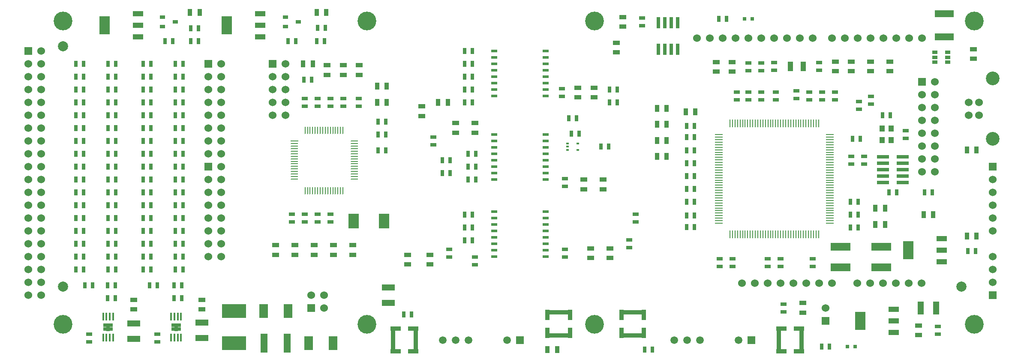
<source format=gts>
G04 (created by PCBNEW-RS274X (2012-apr-16-27)-stable) date Sat 09 Nov 2013 04:14:01 PM CET*
G01*
G70*
G90*
%MOIN*%
G04 Gerber Fmt 3.4, Leading zero omitted, Abs format*
%FSLAX34Y34*%
G04 APERTURE LIST*
%ADD10C,0.008000*%
%ADD11R,0.043300X0.051200*%
%ADD12R,0.208700X0.037400*%
%ADD13R,0.033500X0.078700*%
%ADD14R,0.045000X0.025000*%
%ADD15R,0.025000X0.045000*%
%ADD16R,0.055000X0.035000*%
%ADD17R,0.037400X0.208700*%
%ADD18R,0.078700X0.033500*%
%ADD19R,0.059100X0.059100*%
%ADD20C,0.059100*%
%ADD21R,0.070900X0.106300*%
%ADD22R,0.060000X0.060000*%
%ADD23C,0.060000*%
%ADD24R,0.039400X0.027600*%
%ADD25R,0.035000X0.055000*%
%ADD26R,0.080000X0.144000*%
%ADD27R,0.080000X0.040000*%
%ADD28R,0.031400X0.031400*%
%ADD29R,0.020000X0.012000*%
%ADD30R,0.050000X0.100000*%
%ADD31R,0.015700X0.063000*%
%ADD32R,0.031500X0.061800*%
%ADD33R,0.027800X0.031500*%
%ADD34R,0.027600X0.031500*%
%ADD35R,0.100000X0.050000*%
%ADD36R,0.045000X0.020000*%
%ADD37R,0.094500X0.029900*%
%ADD38R,0.157500X0.060000*%
%ADD39R,0.190000X0.110000*%
%ADD40R,0.055000X0.150000*%
%ADD41R,0.043300X0.074800*%
%ADD42R,0.150000X0.055000*%
%ADD43C,0.106300*%
%ADD44R,0.060000X0.010000*%
%ADD45R,0.010000X0.060000*%
%ADD46R,0.078700X0.118100*%
%ADD47R,0.060000X0.009800*%
%ADD48O,0.060000X0.009800*%
%ADD49O,0.009800X0.060000*%
%ADD50C,0.145700*%
%ADD51C,0.078800*%
%ADD52R,0.027600X0.086600*%
G04 APERTURE END LIST*
G54D10*
G54D11*
X83104Y-29953D03*
X83104Y-29047D03*
X82396Y-29047D03*
X82396Y-29953D03*
G54D12*
X63000Y-43354D03*
X63000Y-45146D03*
G54D13*
X62124Y-43561D03*
X63876Y-43561D03*
X62124Y-44939D03*
X63876Y-44939D03*
G54D14*
X77018Y-39167D03*
X77018Y-39767D03*
X69768Y-39167D03*
X69768Y-39767D03*
X70768Y-39167D03*
X70768Y-39767D03*
G54D15*
X67800Y-30750D03*
X67200Y-30750D03*
X67800Y-32750D03*
X67200Y-32750D03*
X67800Y-31750D03*
X67200Y-31750D03*
X67800Y-33750D03*
X67200Y-33750D03*
X67800Y-34750D03*
X67200Y-34750D03*
X60550Y-30450D03*
X61150Y-30450D03*
X58050Y-28250D03*
X58650Y-28250D03*
X50200Y-31000D03*
X50800Y-31000D03*
X48200Y-31500D03*
X48800Y-31500D03*
X48200Y-32500D03*
X48800Y-32500D03*
X50200Y-32000D03*
X50800Y-32000D03*
X49950Y-37750D03*
X50550Y-37750D03*
X49950Y-36750D03*
X50550Y-36750D03*
X49950Y-24000D03*
X50550Y-24000D03*
X49950Y-25000D03*
X50550Y-25000D03*
X43200Y-30750D03*
X43800Y-30750D03*
X43200Y-29500D03*
X43800Y-29500D03*
G54D14*
X74750Y-43300D03*
X74750Y-42700D03*
G54D16*
X76250Y-43375D03*
X76250Y-42625D03*
G54D17*
X76146Y-45500D03*
X74354Y-45500D03*
G54D18*
X75939Y-44624D03*
X75939Y-46376D03*
X74561Y-44624D03*
X74561Y-46376D03*
G54D19*
X72250Y-45500D03*
G54D20*
X71250Y-45500D03*
X68250Y-45500D03*
X67250Y-45500D03*
X66250Y-45500D03*
G54D14*
X63750Y-20450D03*
X63750Y-21050D03*
G54D16*
X61750Y-23125D03*
X61750Y-22375D03*
X62250Y-20375D03*
X62250Y-21125D03*
G54D21*
X36195Y-43250D03*
X34305Y-43250D03*
X39695Y-45750D03*
X37805Y-45750D03*
G54D22*
X35000Y-24000D03*
G54D23*
X36000Y-24000D03*
X35000Y-25000D03*
X36000Y-25000D03*
X35000Y-26000D03*
X36000Y-26000D03*
X35000Y-27000D03*
X36000Y-27000D03*
X35000Y-28000D03*
X36000Y-28000D03*
G54D16*
X89500Y-23625D03*
X89500Y-22875D03*
G54D24*
X37000Y-20750D03*
X36000Y-21125D03*
X36000Y-20375D03*
G54D15*
X38450Y-22250D03*
X39050Y-22250D03*
X39100Y-21200D03*
X38500Y-21200D03*
X36800Y-22250D03*
X36200Y-22250D03*
G54D25*
X38425Y-20000D03*
X39175Y-20000D03*
G54D26*
X31450Y-21000D03*
G54D27*
X34050Y-21000D03*
X34050Y-20100D03*
X34050Y-21900D03*
G54D26*
X21950Y-21000D03*
G54D27*
X24550Y-21000D03*
X24550Y-20100D03*
X24550Y-21900D03*
G54D25*
X28575Y-20000D03*
X29325Y-20000D03*
G54D15*
X27250Y-22250D03*
X26650Y-22250D03*
X29250Y-21250D03*
X28650Y-21250D03*
X28650Y-22250D03*
X29250Y-22250D03*
G54D24*
X27450Y-20750D03*
X26450Y-21125D03*
X26450Y-20375D03*
G54D14*
X73000Y-24550D03*
X73000Y-23950D03*
G54D24*
X87500Y-23125D03*
X87500Y-23500D03*
X87500Y-23875D03*
X86500Y-23875D03*
X86500Y-23500D03*
X86500Y-23125D03*
G54D15*
X70300Y-20500D03*
X69700Y-20500D03*
G54D28*
X72295Y-20500D03*
X71705Y-20500D03*
G54D23*
X71490Y-41080D03*
X72490Y-41080D03*
X73490Y-41080D03*
X74490Y-41080D03*
X75490Y-41080D03*
X76490Y-41080D03*
X77490Y-41080D03*
X78490Y-41080D03*
X80480Y-41080D03*
X81480Y-41080D03*
X82480Y-41080D03*
X83480Y-41080D03*
X84480Y-41080D03*
X85480Y-41080D03*
X85510Y-30400D03*
X85510Y-31400D03*
X85510Y-32400D03*
X86510Y-32400D03*
X86510Y-31400D03*
X86510Y-30400D03*
X85510Y-22000D03*
X84510Y-22000D03*
X83510Y-22000D03*
X82510Y-22000D03*
X81510Y-22000D03*
X80510Y-22000D03*
X79510Y-22000D03*
X78510Y-22000D03*
X77000Y-22000D03*
X76000Y-22000D03*
X75000Y-22000D03*
X74000Y-22000D03*
X73000Y-22000D03*
X72000Y-22000D03*
X71000Y-22000D03*
X70000Y-22000D03*
X69000Y-22000D03*
X68000Y-22000D03*
G54D15*
X58850Y-29450D03*
X58250Y-29450D03*
G54D29*
X57950Y-30200D03*
X57950Y-30700D03*
X58750Y-30200D03*
X57950Y-30450D03*
X58750Y-30700D03*
G54D30*
X85400Y-43000D03*
X86600Y-43000D03*
G54D16*
X85250Y-44375D03*
X85250Y-45125D03*
G54D26*
X80700Y-44000D03*
G54D27*
X83300Y-44000D03*
X83300Y-43100D03*
X83300Y-44900D03*
G54D15*
X43200Y-28500D03*
X43800Y-28500D03*
G54D25*
X43875Y-27000D03*
X43125Y-27000D03*
G54D14*
X41700Y-27300D03*
X41700Y-26700D03*
G54D25*
X43875Y-25750D03*
X43125Y-25750D03*
G54D31*
X27884Y-43673D03*
X27628Y-43673D03*
X27372Y-43673D03*
X27116Y-43673D03*
X27116Y-45327D03*
X27372Y-45327D03*
X27628Y-45327D03*
X27884Y-45327D03*
G54D32*
X27500Y-44500D03*
G54D33*
X27736Y-44653D03*
G54D34*
X27736Y-44347D03*
X27264Y-44653D03*
X27264Y-44347D03*
G54D15*
X27950Y-41250D03*
X27350Y-41250D03*
G54D16*
X29500Y-42375D03*
X29500Y-43125D03*
G54D35*
X29500Y-45350D03*
X29500Y-44150D03*
G54D14*
X26050Y-45650D03*
X26050Y-45050D03*
G54D15*
X27950Y-42250D03*
X27350Y-42250D03*
X26050Y-41250D03*
X25450Y-41250D03*
X21013Y-41250D03*
X20413Y-41250D03*
X22763Y-42250D03*
X22163Y-42250D03*
G54D14*
X20750Y-45650D03*
X20750Y-45050D03*
G54D35*
X24213Y-45400D03*
X24213Y-44200D03*
G54D16*
X24213Y-42375D03*
X24213Y-43125D03*
G54D15*
X22763Y-41250D03*
X22163Y-41250D03*
G54D31*
X22597Y-43673D03*
X22341Y-43673D03*
X22085Y-43673D03*
X21829Y-43673D03*
X21829Y-45327D03*
X22085Y-45327D03*
X22341Y-45327D03*
X22597Y-45327D03*
G54D32*
X22213Y-44500D03*
G54D33*
X22449Y-44653D03*
G54D34*
X22449Y-44347D03*
X21977Y-44653D03*
X21977Y-44347D03*
G54D14*
X47500Y-29700D03*
X47500Y-30300D03*
G54D16*
X61250Y-38375D03*
X61250Y-39125D03*
X59750Y-39125D03*
X59750Y-38375D03*
G54D14*
X57750Y-39050D03*
X57750Y-38450D03*
X62750Y-38300D03*
X62750Y-37700D03*
X63250Y-36300D03*
X63250Y-35700D03*
G54D15*
X49950Y-35750D03*
X50550Y-35750D03*
G54D14*
X48750Y-39050D03*
X48750Y-38450D03*
X50750Y-39050D03*
X50750Y-39650D03*
G54D16*
X47250Y-39625D03*
X47250Y-38875D03*
X45500Y-39625D03*
X45500Y-38875D03*
X49250Y-29375D03*
X49250Y-28625D03*
X50750Y-29375D03*
X50750Y-28625D03*
G54D15*
X50800Y-33000D03*
X50200Y-33000D03*
G54D14*
X57750Y-32950D03*
X57750Y-33550D03*
G54D16*
X59200Y-33025D03*
X59200Y-33775D03*
X60700Y-33025D03*
X60700Y-33775D03*
X60000Y-25875D03*
X60000Y-26625D03*
X58750Y-26625D03*
X58750Y-25875D03*
G54D14*
X57500Y-26550D03*
X57500Y-25950D03*
G54D15*
X61200Y-26000D03*
X61800Y-26000D03*
X61200Y-27000D03*
X61800Y-27000D03*
X49950Y-23000D03*
X50550Y-23000D03*
X49950Y-26000D03*
X50550Y-26000D03*
X50550Y-27000D03*
X49950Y-27000D03*
G54D25*
X48625Y-27000D03*
X47875Y-27000D03*
G54D16*
X46600Y-28075D03*
X46600Y-27325D03*
G54D36*
X56250Y-39000D03*
X56250Y-38500D03*
X56250Y-38000D03*
X56250Y-37500D03*
X56250Y-37000D03*
X56250Y-36500D03*
X56250Y-36000D03*
X56250Y-35500D03*
X52250Y-35500D03*
X52250Y-36000D03*
X52250Y-36500D03*
X52250Y-37000D03*
X52250Y-37500D03*
X52250Y-38000D03*
X52250Y-38500D03*
X52250Y-39000D03*
X56250Y-26500D03*
X56250Y-26000D03*
X56250Y-25500D03*
X56250Y-25000D03*
X56250Y-24500D03*
X56250Y-24000D03*
X56250Y-23500D03*
X56250Y-23000D03*
X52250Y-23000D03*
X52250Y-23500D03*
X52250Y-24000D03*
X52250Y-24500D03*
X52250Y-25000D03*
X52250Y-25500D03*
X52250Y-26000D03*
X52250Y-26500D03*
X56250Y-33000D03*
X56250Y-32500D03*
X56250Y-32000D03*
X56250Y-31500D03*
X56250Y-31000D03*
X56250Y-30500D03*
X56250Y-30000D03*
X56250Y-29500D03*
X52250Y-29500D03*
X52250Y-30000D03*
X52250Y-30500D03*
X52250Y-31000D03*
X52250Y-31500D03*
X52250Y-32000D03*
X52250Y-32500D03*
X52250Y-33000D03*
G54D22*
X16000Y-23000D03*
G54D23*
X17000Y-23000D03*
X16000Y-28000D03*
X17000Y-24000D03*
X16000Y-29000D03*
X17000Y-25000D03*
X16000Y-30000D03*
X17000Y-26000D03*
X16000Y-31000D03*
X17000Y-27000D03*
X16000Y-32000D03*
X17000Y-28000D03*
X16000Y-33000D03*
X17000Y-29000D03*
X16000Y-34000D03*
X17000Y-30000D03*
X16000Y-35000D03*
X17000Y-31000D03*
X16000Y-36000D03*
X17000Y-32000D03*
X16000Y-37000D03*
X17000Y-33000D03*
X16000Y-38000D03*
X17000Y-34000D03*
X17000Y-35000D03*
X16000Y-39000D03*
X17000Y-36000D03*
X17000Y-38000D03*
X17000Y-39000D03*
X17000Y-40000D03*
X17000Y-41000D03*
X16000Y-40000D03*
X16000Y-41000D03*
X16000Y-24000D03*
X16000Y-25000D03*
X16000Y-26000D03*
X16000Y-27000D03*
X16000Y-42000D03*
X17000Y-42000D03*
X17000Y-37000D03*
G54D22*
X91000Y-42000D03*
G54D23*
X91000Y-41000D03*
X91000Y-40000D03*
X91000Y-39000D03*
G54D22*
X91000Y-32000D03*
G54D23*
X91000Y-33000D03*
X91000Y-34000D03*
X91000Y-35000D03*
X91000Y-36000D03*
X91000Y-37000D03*
G54D15*
X85700Y-34000D03*
X86300Y-34000D03*
G54D14*
X80000Y-31800D03*
X80000Y-31200D03*
X81000Y-31800D03*
X81000Y-31200D03*
G54D15*
X83550Y-34000D03*
X82950Y-34000D03*
G54D37*
X84018Y-33250D03*
X82482Y-33250D03*
X84018Y-32750D03*
X82482Y-32750D03*
X84018Y-32250D03*
X82482Y-32250D03*
X84018Y-31750D03*
X82482Y-31750D03*
X84018Y-31250D03*
X82482Y-31250D03*
G54D15*
X79950Y-36750D03*
X80550Y-36750D03*
G54D38*
X82325Y-39837D03*
X82325Y-38263D03*
X79175Y-39837D03*
X79175Y-38263D03*
G54D15*
X78300Y-46000D03*
X77700Y-46000D03*
G54D28*
X80295Y-46000D03*
X79705Y-46000D03*
G54D39*
X32000Y-45750D03*
X32000Y-43250D03*
G54D40*
X34350Y-45750D03*
X36150Y-45750D03*
G54D14*
X78750Y-26800D03*
X78750Y-26200D03*
X77750Y-26800D03*
X77750Y-26200D03*
X81550Y-26550D03*
X81550Y-27150D03*
X80600Y-26950D03*
X80600Y-27550D03*
G54D41*
X76260Y-24217D03*
X75276Y-24217D03*
G54D14*
X77518Y-24517D03*
X77518Y-23917D03*
X74018Y-24517D03*
X74018Y-23917D03*
G54D15*
X82450Y-28000D03*
X83050Y-28000D03*
G54D14*
X84250Y-29800D03*
X84250Y-29200D03*
G54D25*
X65643Y-31217D03*
X64893Y-31217D03*
G54D15*
X67800Y-29700D03*
X67200Y-29700D03*
G54D25*
X64893Y-29967D03*
X65643Y-29967D03*
X88995Y-30709D03*
X89745Y-30709D03*
G54D19*
X54250Y-45500D03*
G54D20*
X53250Y-45500D03*
X50250Y-45500D03*
X49250Y-45500D03*
X48250Y-45500D03*
G54D17*
X46146Y-45500D03*
X44354Y-45500D03*
G54D18*
X45939Y-44624D03*
X45939Y-46376D03*
X44561Y-44624D03*
X44561Y-46376D03*
G54D12*
X57250Y-45146D03*
X57250Y-43354D03*
G54D13*
X58126Y-44939D03*
X56374Y-44939D03*
X58126Y-43561D03*
X56374Y-43561D03*
G54D25*
X57125Y-46250D03*
X56375Y-46250D03*
G54D35*
X44000Y-42600D03*
X44000Y-41400D03*
G54D15*
X45200Y-43500D03*
X45800Y-43500D03*
X63950Y-46250D03*
X64550Y-46250D03*
G54D22*
X78000Y-44000D03*
G54D23*
X78000Y-43000D03*
G54D22*
X38000Y-43000D03*
G54D23*
X38000Y-42000D03*
X39000Y-43000D03*
X39000Y-42000D03*
G54D42*
X87250Y-20100D03*
X87250Y-21900D03*
G54D23*
X89150Y-27000D03*
X89150Y-28000D03*
X89937Y-28000D03*
X89937Y-27000D03*
G54D43*
X91000Y-25138D03*
X91000Y-29862D03*
G54D16*
X80018Y-24592D03*
X80018Y-23842D03*
G54D25*
X81875Y-35250D03*
X82625Y-35250D03*
G54D15*
X80100Y-29850D03*
X80700Y-29850D03*
G54D25*
X82625Y-36500D03*
X81875Y-36500D03*
G54D14*
X75750Y-26700D03*
X75750Y-26100D03*
X73518Y-39167D03*
X73518Y-39767D03*
X73000Y-26800D03*
X73000Y-26200D03*
G54D15*
X67818Y-35817D03*
X67218Y-35817D03*
G54D14*
X72000Y-26800D03*
X72000Y-26200D03*
G54D25*
X67875Y-27750D03*
X67125Y-27750D03*
G54D15*
X79950Y-35750D03*
X80550Y-35750D03*
G54D25*
X64893Y-27467D03*
X65643Y-27467D03*
G54D15*
X67800Y-28850D03*
X67200Y-28850D03*
G54D25*
X65643Y-28717D03*
X64893Y-28717D03*
G54D16*
X81518Y-24592D03*
X81518Y-23842D03*
G54D14*
X76750Y-26800D03*
X76750Y-26200D03*
G54D16*
X83018Y-23842D03*
X83018Y-24592D03*
X78768Y-23842D03*
X78768Y-24592D03*
X69500Y-23875D03*
X69500Y-24625D03*
G54D14*
X71100Y-26800D03*
X71100Y-26200D03*
X74518Y-39167D03*
X74518Y-39767D03*
G54D15*
X79950Y-34750D03*
X80550Y-34750D03*
G54D14*
X74150Y-26800D03*
X74150Y-26200D03*
G54D15*
X67818Y-36717D03*
X67218Y-36717D03*
G54D14*
X72000Y-24550D03*
X72000Y-23950D03*
G54D16*
X70750Y-24625D03*
X70750Y-23875D03*
G54D44*
X78343Y-36412D03*
X78343Y-36212D03*
X78343Y-36017D03*
X78343Y-35822D03*
X78343Y-35622D03*
X78343Y-35427D03*
X78343Y-35232D03*
X78343Y-35032D03*
X78343Y-34837D03*
X78343Y-34642D03*
X78343Y-34442D03*
X78343Y-34247D03*
X78343Y-34052D03*
X78343Y-33852D03*
X78343Y-33657D03*
X78343Y-33462D03*
X78343Y-33262D03*
X78343Y-33067D03*
X78343Y-32867D03*
X78343Y-32672D03*
X78343Y-32472D03*
X78343Y-32277D03*
X78343Y-32082D03*
X78343Y-31882D03*
X78343Y-31687D03*
X78343Y-31492D03*
X78343Y-31292D03*
X78343Y-31097D03*
X78343Y-30902D03*
X78343Y-30702D03*
X78343Y-30507D03*
X78343Y-30312D03*
X78343Y-30112D03*
X78343Y-29917D03*
X78343Y-29722D03*
X78343Y-29522D03*
G54D45*
X71753Y-28642D03*
X71558Y-28642D03*
X71363Y-28642D03*
X71163Y-28642D03*
X70968Y-28642D03*
X70773Y-28642D03*
X70573Y-28642D03*
X71558Y-37292D03*
X71753Y-37292D03*
X71953Y-37292D03*
X72148Y-37292D03*
X72343Y-37292D03*
X72543Y-37292D03*
X72738Y-37292D03*
X72933Y-37292D03*
X73133Y-37292D03*
X73328Y-37292D03*
X73523Y-37292D03*
X73723Y-37292D03*
X73918Y-37292D03*
X74118Y-37292D03*
X74313Y-37292D03*
X74513Y-37292D03*
X74708Y-37292D03*
X74903Y-37292D03*
X75103Y-37292D03*
X75298Y-37292D03*
X75493Y-37292D03*
X75693Y-37292D03*
X75888Y-37292D03*
X76083Y-37292D03*
X76283Y-37292D03*
X76478Y-37292D03*
X76673Y-37292D03*
X76873Y-37292D03*
X77068Y-37292D03*
X77263Y-37292D03*
X77463Y-37292D03*
X77463Y-28642D03*
X77263Y-28642D03*
X77068Y-28642D03*
X76873Y-28642D03*
X76673Y-28642D03*
X76478Y-28642D03*
X76283Y-28642D03*
X76083Y-28642D03*
X75888Y-28642D03*
X75693Y-28642D03*
X75493Y-28642D03*
X75298Y-28642D03*
X75103Y-28642D03*
X74903Y-28642D03*
X74708Y-28642D03*
X74513Y-28642D03*
X74313Y-28642D03*
X74118Y-28642D03*
X73918Y-28642D03*
X73723Y-28642D03*
X73523Y-28642D03*
X73328Y-28642D03*
X73133Y-28642D03*
X72933Y-28642D03*
X72738Y-28642D03*
X72543Y-28642D03*
X72343Y-28642D03*
X72148Y-28642D03*
X71953Y-28642D03*
G54D44*
X69693Y-30507D03*
X69693Y-30702D03*
X69693Y-30902D03*
X69693Y-31097D03*
X69693Y-31292D03*
X69693Y-31492D03*
X69693Y-31687D03*
X69693Y-31882D03*
X69693Y-32082D03*
X69693Y-32277D03*
X69693Y-32472D03*
X69693Y-32672D03*
X69693Y-32867D03*
X69693Y-33067D03*
X69693Y-33262D03*
X69693Y-33462D03*
X69693Y-33657D03*
X69693Y-33852D03*
X69693Y-34052D03*
X69693Y-34247D03*
X69693Y-34442D03*
X69693Y-34642D03*
X69693Y-34837D03*
X69693Y-35032D03*
X69693Y-35232D03*
X69693Y-35427D03*
X69693Y-35622D03*
X69693Y-35822D03*
X69693Y-36017D03*
X69693Y-36212D03*
X69693Y-36412D03*
X69693Y-29522D03*
X69693Y-29722D03*
X69693Y-29917D03*
X69693Y-30112D03*
X69693Y-30312D03*
G54D45*
X70573Y-37292D03*
X70773Y-37292D03*
X70968Y-37292D03*
X71163Y-37292D03*
X71363Y-37292D03*
G54D16*
X35250Y-38125D03*
X35250Y-38875D03*
X40500Y-24875D03*
X40500Y-24125D03*
G54D14*
X40500Y-27300D03*
X40500Y-26700D03*
G54D16*
X41750Y-24875D03*
X41750Y-24125D03*
G54D15*
X37450Y-25250D03*
X38050Y-25250D03*
G54D25*
X37375Y-24000D03*
X38125Y-24000D03*
G54D16*
X39750Y-38125D03*
X39750Y-38875D03*
G54D14*
X39500Y-26700D03*
X39500Y-27300D03*
G54D16*
X39250Y-24125D03*
X39250Y-24875D03*
X41250Y-38125D03*
X41250Y-38875D03*
G54D46*
X41319Y-36250D03*
X43681Y-36250D03*
G54D16*
X38250Y-38875D03*
X38250Y-38125D03*
G54D14*
X39500Y-36300D03*
X39500Y-35700D03*
X38500Y-35700D03*
X38500Y-36300D03*
X36500Y-35700D03*
X36500Y-36300D03*
X37500Y-35700D03*
X37500Y-36300D03*
X38500Y-27300D03*
X38500Y-26700D03*
G54D16*
X36750Y-38125D03*
X36750Y-38875D03*
G54D14*
X37500Y-27300D03*
X37500Y-26700D03*
G54D15*
X27450Y-35000D03*
X28050Y-35000D03*
X22200Y-35000D03*
X22800Y-35000D03*
X24950Y-35000D03*
X25550Y-35000D03*
X19700Y-35000D03*
X20300Y-35000D03*
X19700Y-34000D03*
X20300Y-34000D03*
X24950Y-34000D03*
X25550Y-34000D03*
X22200Y-34000D03*
X22800Y-34000D03*
X27450Y-34000D03*
X28050Y-34000D03*
X27450Y-32000D03*
X28050Y-32000D03*
X22200Y-32000D03*
X22800Y-32000D03*
X24950Y-32000D03*
X25550Y-32000D03*
X19700Y-32000D03*
X20300Y-32000D03*
X19700Y-33000D03*
X20300Y-33000D03*
X24950Y-33000D03*
X25550Y-33000D03*
X22200Y-33000D03*
X22800Y-33000D03*
X27450Y-33000D03*
X28050Y-33000D03*
X27450Y-37000D03*
X28050Y-37000D03*
X22200Y-37000D03*
X22800Y-37000D03*
X24950Y-37000D03*
X25550Y-37000D03*
X19700Y-37000D03*
X20300Y-37000D03*
X19700Y-36000D03*
X20300Y-36000D03*
X24950Y-36000D03*
X25550Y-36000D03*
X22200Y-36000D03*
X22800Y-36000D03*
X27450Y-36000D03*
X28050Y-36000D03*
X27450Y-38000D03*
X28050Y-38000D03*
X22200Y-38000D03*
X22800Y-38000D03*
X24950Y-38000D03*
X25550Y-38000D03*
X19700Y-38000D03*
X20300Y-38000D03*
X19700Y-39000D03*
X20300Y-39000D03*
X24950Y-39000D03*
X25550Y-39000D03*
X22200Y-39000D03*
X22800Y-39000D03*
X27450Y-39000D03*
X28050Y-39000D03*
X27450Y-31000D03*
X28050Y-31000D03*
X22200Y-31000D03*
X22800Y-31000D03*
X24950Y-31000D03*
X25550Y-31000D03*
X19700Y-31000D03*
X20300Y-31000D03*
X19700Y-30000D03*
X20300Y-30000D03*
X24950Y-30000D03*
X25550Y-30000D03*
X22200Y-30000D03*
X22800Y-30000D03*
X27450Y-30000D03*
X28050Y-30000D03*
X27450Y-28000D03*
X28050Y-28000D03*
X22200Y-28000D03*
X22800Y-28000D03*
X24950Y-28000D03*
X25550Y-28000D03*
X19700Y-28000D03*
X20300Y-28000D03*
X19700Y-29000D03*
X20300Y-29000D03*
X24950Y-29000D03*
X25550Y-29000D03*
X22200Y-29000D03*
X22800Y-29000D03*
X27450Y-29000D03*
X28050Y-29000D03*
X27450Y-25000D03*
X28050Y-25000D03*
X22200Y-25000D03*
X22800Y-25000D03*
X24950Y-25000D03*
X25550Y-25000D03*
X19700Y-25000D03*
X20300Y-25000D03*
X19700Y-24000D03*
X20300Y-24000D03*
X24950Y-24000D03*
X25550Y-24000D03*
X22200Y-24000D03*
X22800Y-24000D03*
X27450Y-24000D03*
X28050Y-24000D03*
X27450Y-26000D03*
X28050Y-26000D03*
X22200Y-26000D03*
X22800Y-26000D03*
X24950Y-26000D03*
X25550Y-26000D03*
X19700Y-26000D03*
X20300Y-26000D03*
X19700Y-27000D03*
X20300Y-27000D03*
X24950Y-27000D03*
X25550Y-27000D03*
X22200Y-27000D03*
X22800Y-27000D03*
X27450Y-27000D03*
X28050Y-27000D03*
G54D22*
X30000Y-32000D03*
G54D23*
X31000Y-32000D03*
X30000Y-33000D03*
X31000Y-33000D03*
X30000Y-34000D03*
X31000Y-34000D03*
X30000Y-35000D03*
X31000Y-35000D03*
X30000Y-36000D03*
X31000Y-36000D03*
X30000Y-37000D03*
X31000Y-37000D03*
X30000Y-38000D03*
X31000Y-38000D03*
X30000Y-39000D03*
X31000Y-39000D03*
G54D22*
X30000Y-24000D03*
G54D23*
X31000Y-24000D03*
X30000Y-25000D03*
X31000Y-25000D03*
X30000Y-26000D03*
X31000Y-26000D03*
X30000Y-27000D03*
X31000Y-27000D03*
X30000Y-28000D03*
X31000Y-28000D03*
X30000Y-29000D03*
X31000Y-29000D03*
X30000Y-30000D03*
X31000Y-30000D03*
X30000Y-31000D03*
X31000Y-31000D03*
G54D47*
X36689Y-30024D03*
G54D48*
X36689Y-30221D03*
X36689Y-30418D03*
X36689Y-30615D03*
X36689Y-30812D03*
X36689Y-31008D03*
X36689Y-31205D03*
X36689Y-31402D03*
X36689Y-31599D03*
X36689Y-31796D03*
X36689Y-31993D03*
X36689Y-32189D03*
X36689Y-32386D03*
X36689Y-32583D03*
X36689Y-32780D03*
X36689Y-32977D03*
G54D49*
X37524Y-33875D03*
X37721Y-33875D03*
X37918Y-33875D03*
X38115Y-33875D03*
X38312Y-33875D03*
X38508Y-33875D03*
X38705Y-33875D03*
X38902Y-33875D03*
X39099Y-33875D03*
X39296Y-33875D03*
X39493Y-33875D03*
X39689Y-33875D03*
X39886Y-33875D03*
X40083Y-33875D03*
X40280Y-33875D03*
X40477Y-33875D03*
G54D48*
X41375Y-32977D03*
X41375Y-32780D03*
X41375Y-32583D03*
X41375Y-32386D03*
X41375Y-32189D03*
X41375Y-31993D03*
X41375Y-31796D03*
X41375Y-31599D03*
X41375Y-31402D03*
X41375Y-31205D03*
X41375Y-31008D03*
X41375Y-30812D03*
X41375Y-30615D03*
X41375Y-30418D03*
X41375Y-30221D03*
X41375Y-30024D03*
G54D49*
X40477Y-29189D03*
X40280Y-29189D03*
X39886Y-29189D03*
X40083Y-29182D03*
X39689Y-29189D03*
X39493Y-29189D03*
X39296Y-29189D03*
X39099Y-29189D03*
X38902Y-29189D03*
X38705Y-29189D03*
X38511Y-29189D03*
X38314Y-29189D03*
X38117Y-29189D03*
X37920Y-29189D03*
X37724Y-29189D03*
X37527Y-29189D03*
G54D26*
X84450Y-38500D03*
G54D27*
X87050Y-38500D03*
X87050Y-37600D03*
X87050Y-39400D03*
G54D25*
X88995Y-37402D03*
X89745Y-37402D03*
X86375Y-35750D03*
X85625Y-35750D03*
G54D15*
X89070Y-38583D03*
X89670Y-38583D03*
G54D14*
X86750Y-44450D03*
X86750Y-45050D03*
G54D22*
X85510Y-25400D03*
G54D23*
X86510Y-25400D03*
X85510Y-26400D03*
X86510Y-26400D03*
X85510Y-27400D03*
X86510Y-27400D03*
X85510Y-28400D03*
X86510Y-28400D03*
X85510Y-29400D03*
X86510Y-29400D03*
G54D15*
X22200Y-40000D03*
X22800Y-40000D03*
X27450Y-40000D03*
X28050Y-40000D03*
X19700Y-40000D03*
X20300Y-40000D03*
X24950Y-40000D03*
X25550Y-40000D03*
G54D50*
X18701Y-20669D03*
X18701Y-44291D03*
X89567Y-20669D03*
X89567Y-44291D03*
X60039Y-44291D03*
X60039Y-20669D03*
X42323Y-44291D03*
X42323Y-20669D03*
G54D51*
X88583Y-41339D03*
X18701Y-41339D03*
X18701Y-22638D03*
G54D52*
X65000Y-22874D03*
X65500Y-22874D03*
X66000Y-22874D03*
X66500Y-22874D03*
X66500Y-20826D03*
X66000Y-20826D03*
X65500Y-20826D03*
X65000Y-20826D03*
M02*

</source>
